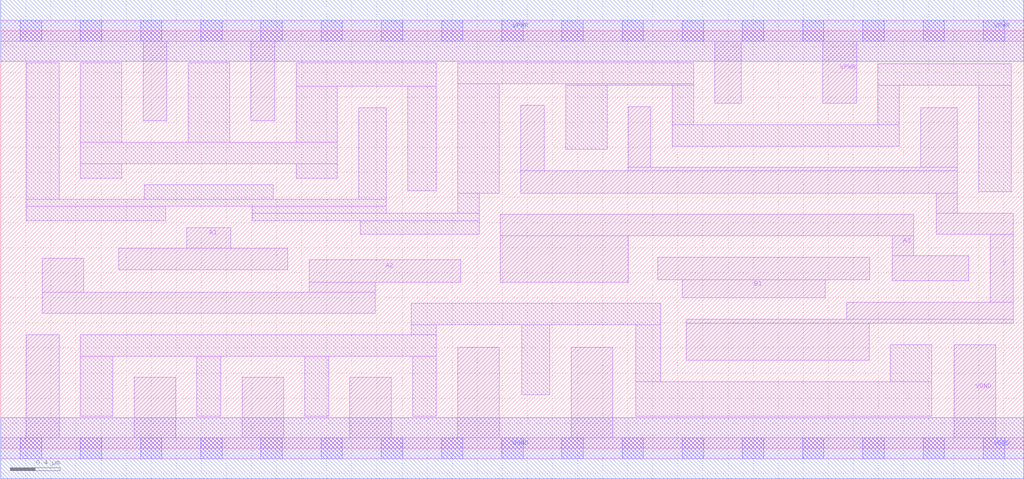
<source format=lef>
# Copyright 2020 The SkyWater PDK Authors
#
# Licensed under the Apache License, Version 2.0 (the "License");
# you may not use this file except in compliance with the License.
# You may obtain a copy of the License at
#
#     https://www.apache.org/licenses/LICENSE-2.0
#
# Unless required by applicable law or agreed to in writing, software
# distributed under the License is distributed on an "AS IS" BASIS,
# WITHOUT WARRANTIES OR CONDITIONS OF ANY KIND, either express or implied.
# See the License for the specific language governing permissions and
# limitations under the License.
#
# SPDX-License-Identifier: Apache-2.0

VERSION 5.7 ;
  NAMESCASESENSITIVE ON ;
  NOWIREEXTENSIONATPIN ON ;
  DIVIDERCHAR "/" ;
  BUSBITCHARS "[]" ;
UNITS
  DATABASE MICRONS 200 ;
END UNITS
MACRO sky130_fd_sc_lp__o31ai_4
  CLASS CORE ;
  SOURCE USER ;
  FOREIGN sky130_fd_sc_lp__o31ai_4 ;
  ORIGIN  0.000000  0.000000 ;
  SIZE  8.160000 BY  3.330000 ;
  SYMMETRY X Y R90 ;
  SITE unit ;
  PIN A1
    ANTENNAGATEAREA  1.260000 ;
    DIRECTION INPUT ;
    USE SIGNAL ;
    PORT
      LAYER li1 ;
        RECT 0.940000 1.425000 2.290000 1.595000 ;
        RECT 1.485000 1.595000 1.835000 1.760000 ;
    END
  END A1
  PIN A2
    ANTENNAGATEAREA  1.260000 ;
    DIRECTION INPUT ;
    USE SIGNAL ;
    PORT
      LAYER li1 ;
        RECT 0.330000 1.075000 2.985000 1.245000 ;
        RECT 0.330000 1.245000 0.660000 1.515000 ;
        RECT 2.460000 1.245000 2.985000 1.325000 ;
        RECT 2.460000 1.325000 3.670000 1.505000 ;
    END
  END A2
  PIN A3
    ANTENNAGATEAREA  1.260000 ;
    DIRECTION INPUT ;
    USE SIGNAL ;
    PORT
      LAYER li1 ;
        RECT 3.985000 1.325000 5.005000 1.695000 ;
        RECT 3.985000 1.695000 7.280000 1.865000 ;
        RECT 7.110000 1.335000 7.720000 1.535000 ;
        RECT 7.110000 1.535000 7.280000 1.695000 ;
    END
  END A3
  PIN B1
    ANTENNAGATEAREA  1.260000 ;
    DIRECTION INPUT ;
    USE SIGNAL ;
    PORT
      LAYER li1 ;
        RECT 5.240000 1.345000 6.930000 1.525000 ;
        RECT 5.435000 1.200000 6.575000 1.345000 ;
    END
  END B1
  PIN Y
    ANTENNADIFFAREA  2.318400 ;
    DIRECTION OUTPUT ;
    USE SIGNAL ;
    PORT
      LAYER li1 ;
        RECT 4.145000 2.035000 7.630000 2.215000 ;
        RECT 4.145000 2.215000 4.335000 2.735000 ;
        RECT 5.005000 2.215000 7.630000 2.240000 ;
        RECT 5.005000 2.240000 5.185000 2.725000 ;
        RECT 5.465000 0.700000 6.925000 0.995000 ;
        RECT 5.465000 0.995000 8.075000 1.030000 ;
        RECT 6.745000 1.030000 8.075000 1.165000 ;
        RECT 7.335000 2.240000 7.630000 2.715000 ;
        RECT 7.460000 1.705000 8.075000 1.875000 ;
        RECT 7.460000 1.875000 7.630000 2.035000 ;
        RECT 7.890000 1.165000 8.075000 1.705000 ;
    END
  END Y
  PIN VGND
    DIRECTION INOUT ;
    USE GROUND ;
    PORT
      LAYER li1 ;
        RECT 0.000000 -0.085000 8.160000 0.085000 ;
        RECT 0.205000  0.085000 0.465000 0.905000 ;
        RECT 1.065000  0.085000 1.395000 0.565000 ;
        RECT 1.925000  0.085000 2.255000 0.565000 ;
        RECT 2.785000  0.085000 3.115000 0.565000 ;
        RECT 3.645000  0.085000 3.975000 0.805000 ;
        RECT 4.550000  0.085000 4.880000 0.805000 ;
        RECT 7.605000  0.085000 7.935000 0.825000 ;
      LAYER mcon ;
        RECT 0.155000 -0.085000 0.325000 0.085000 ;
        RECT 0.635000 -0.085000 0.805000 0.085000 ;
        RECT 1.115000 -0.085000 1.285000 0.085000 ;
        RECT 1.595000 -0.085000 1.765000 0.085000 ;
        RECT 2.075000 -0.085000 2.245000 0.085000 ;
        RECT 2.555000 -0.085000 2.725000 0.085000 ;
        RECT 3.035000 -0.085000 3.205000 0.085000 ;
        RECT 3.515000 -0.085000 3.685000 0.085000 ;
        RECT 3.995000 -0.085000 4.165000 0.085000 ;
        RECT 4.475000 -0.085000 4.645000 0.085000 ;
        RECT 4.955000 -0.085000 5.125000 0.085000 ;
        RECT 5.435000 -0.085000 5.605000 0.085000 ;
        RECT 5.915000 -0.085000 6.085000 0.085000 ;
        RECT 6.395000 -0.085000 6.565000 0.085000 ;
        RECT 6.875000 -0.085000 7.045000 0.085000 ;
        RECT 7.355000 -0.085000 7.525000 0.085000 ;
        RECT 7.835000 -0.085000 8.005000 0.085000 ;
      LAYER met1 ;
        RECT 0.000000 -0.245000 8.160000 0.245000 ;
    END
  END VGND
  PIN VPWR
    DIRECTION INOUT ;
    USE POWER ;
    PORT
      LAYER li1 ;
        RECT 0.000000 3.245000 8.160000 3.415000 ;
        RECT 1.135000 2.610000 1.325000 3.245000 ;
        RECT 1.995000 2.610000 2.185000 3.245000 ;
        RECT 5.695000 2.750000 5.905000 3.245000 ;
        RECT 6.555000 2.750000 6.825000 3.245000 ;
      LAYER mcon ;
        RECT 0.155000 3.245000 0.325000 3.415000 ;
        RECT 0.635000 3.245000 0.805000 3.415000 ;
        RECT 1.115000 3.245000 1.285000 3.415000 ;
        RECT 1.595000 3.245000 1.765000 3.415000 ;
        RECT 2.075000 3.245000 2.245000 3.415000 ;
        RECT 2.555000 3.245000 2.725000 3.415000 ;
        RECT 3.035000 3.245000 3.205000 3.415000 ;
        RECT 3.515000 3.245000 3.685000 3.415000 ;
        RECT 3.995000 3.245000 4.165000 3.415000 ;
        RECT 4.475000 3.245000 4.645000 3.415000 ;
        RECT 4.955000 3.245000 5.125000 3.415000 ;
        RECT 5.435000 3.245000 5.605000 3.415000 ;
        RECT 5.915000 3.245000 6.085000 3.415000 ;
        RECT 6.395000 3.245000 6.565000 3.415000 ;
        RECT 6.875000 3.245000 7.045000 3.415000 ;
        RECT 7.355000 3.245000 7.525000 3.415000 ;
        RECT 7.835000 3.245000 8.005000 3.415000 ;
      LAYER met1 ;
        RECT 0.000000 3.085000 8.160000 3.575000 ;
    END
  END VPWR
  OBS
    LAYER li1 ;
      RECT 0.205000 1.815000 1.315000 1.930000 ;
      RECT 0.205000 1.930000 3.075000 1.985000 ;
      RECT 0.205000 1.985000 0.465000 3.075000 ;
      RECT 0.635000 0.255000 0.895000 0.735000 ;
      RECT 0.635000 0.735000 3.475000 0.905000 ;
      RECT 0.635000 2.155000 0.965000 2.270000 ;
      RECT 0.635000 2.270000 2.685000 2.440000 ;
      RECT 0.635000 2.440000 0.965000 3.075000 ;
      RECT 1.145000 1.985000 2.175000 2.100000 ;
      RECT 1.495000 2.440000 1.825000 3.075000 ;
      RECT 1.565000 0.255000 1.755000 0.735000 ;
      RECT 2.005000 1.815000 3.815000 1.875000 ;
      RECT 2.005000 1.875000 3.075000 1.930000 ;
      RECT 2.355000 2.155000 2.685000 2.270000 ;
      RECT 2.355000 2.440000 2.685000 2.885000 ;
      RECT 2.355000 2.885000 3.475000 3.075000 ;
      RECT 2.425000 0.255000 2.615000 0.735000 ;
      RECT 2.855000 1.985000 3.075000 2.715000 ;
      RECT 2.865000 1.705000 3.815000 1.815000 ;
      RECT 3.245000 2.055000 3.475000 2.885000 ;
      RECT 3.275000 0.905000 3.475000 0.985000 ;
      RECT 3.275000 0.985000 5.265000 1.155000 ;
      RECT 3.285000 0.255000 3.475000 0.735000 ;
      RECT 3.645000 1.875000 3.815000 2.035000 ;
      RECT 3.645000 2.035000 3.975000 2.905000 ;
      RECT 3.645000 2.905000 5.525000 3.075000 ;
      RECT 4.155000 0.425000 4.380000 0.985000 ;
      RECT 4.505000 2.385000 4.835000 2.895000 ;
      RECT 4.505000 2.895000 5.525000 2.905000 ;
      RECT 5.065000 0.255000 7.425000 0.530000 ;
      RECT 5.065000 0.530000 5.265000 0.985000 ;
      RECT 5.355000 2.410000 7.165000 2.580000 ;
      RECT 5.355000 2.580000 5.525000 2.895000 ;
      RECT 6.995000 2.580000 7.165000 2.895000 ;
      RECT 6.995000 2.895000 8.060000 3.065000 ;
      RECT 7.095000 0.530000 7.425000 0.825000 ;
      RECT 7.800000 2.045000 8.060000 2.895000 ;
  END
END sky130_fd_sc_lp__o31ai_4

</source>
